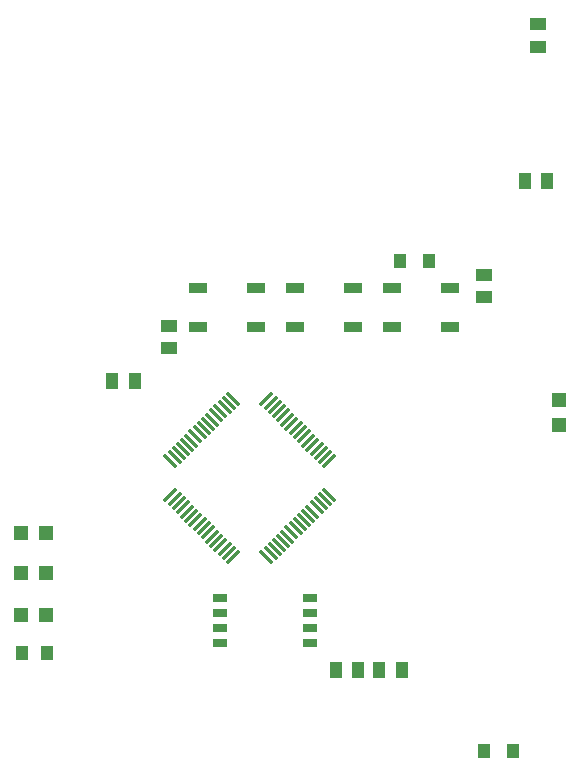
<source format=gtp>
G04*
G04 #@! TF.GenerationSoftware,Altium Limited,Altium Designer,19.0.15 (446)*
G04*
G04 Layer_Color=8421504*
%FSLAX25Y25*%
%MOIN*%
G70*
G01*
G75*
%ADD16R,0.04134X0.05512*%
%ADD17R,0.05512X0.04134*%
%ADD18R,0.05906X0.03543*%
%ADD19R,0.05000X0.02992*%
%ADD20R,0.04724X0.04724*%
G04:AMPARAMS|DCode=21|XSize=61.02mil|YSize=11.81mil|CornerRadius=0mil|HoleSize=0mil|Usage=FLASHONLY|Rotation=135.000|XOffset=0mil|YOffset=0mil|HoleType=Round|Shape=Rectangle|*
%AMROTATEDRECTD21*
4,1,4,0.02575,-0.01740,0.01740,-0.02575,-0.02575,0.01740,-0.01740,0.02575,0.02575,-0.01740,0.0*
%
%ADD21ROTATEDRECTD21*%

G04:AMPARAMS|DCode=22|XSize=61.02mil|YSize=11.81mil|CornerRadius=0mil|HoleSize=0mil|Usage=FLASHONLY|Rotation=45.000|XOffset=0mil|YOffset=0mil|HoleType=Round|Shape=Rectangle|*
%AMROTATEDRECTD22*
4,1,4,-0.01740,-0.02575,-0.02575,-0.01740,0.01740,0.02575,0.02575,0.01740,-0.01740,-0.02575,0.0*
%
%ADD22ROTATEDRECTD22*%

%ADD23R,0.04331X0.04724*%
%ADD24R,0.04331X0.04921*%
%ADD25R,0.04724X0.04724*%
D16*
X132740Y38500D02*
D03*
X125260D02*
D03*
X118240D02*
D03*
X110760D02*
D03*
X36260Y135000D02*
D03*
X43740D02*
D03*
X181240Y201500D02*
D03*
X173760D02*
D03*
D17*
X178000Y246260D02*
D03*
Y253740D02*
D03*
X160000Y170240D02*
D03*
Y162760D02*
D03*
X55000Y145760D02*
D03*
Y153240D02*
D03*
D18*
X84146Y153004D02*
D03*
Y165996D02*
D03*
X64854D02*
D03*
Y153004D02*
D03*
X116396D02*
D03*
Y165996D02*
D03*
X97104D02*
D03*
Y153004D02*
D03*
X148646Y153004D02*
D03*
Y165996D02*
D03*
X129354D02*
D03*
Y153004D02*
D03*
D19*
X102000Y62500D02*
D03*
Y57500D02*
D03*
Y52500D02*
D03*
Y47500D02*
D03*
X72000D02*
D03*
Y52500D02*
D03*
Y57500D02*
D03*
Y62500D02*
D03*
D20*
X185000Y128634D02*
D03*
Y120366D02*
D03*
D21*
X55553Y108068D02*
D03*
X56945Y109460D02*
D03*
X58337Y110852D02*
D03*
X59729Y112244D02*
D03*
X61121Y113636D02*
D03*
X62513Y115027D02*
D03*
X63905Y116419D02*
D03*
X65297Y117811D02*
D03*
X66689Y119203D02*
D03*
X68081Y120595D02*
D03*
X69473Y121987D02*
D03*
X70864Y123379D02*
D03*
X72256Y124771D02*
D03*
X73648Y126163D02*
D03*
X75040Y127555D02*
D03*
X76432Y128947D02*
D03*
X108447Y96932D02*
D03*
X107055Y95540D02*
D03*
X105663Y94148D02*
D03*
X104271Y92756D02*
D03*
X102879Y91364D02*
D03*
X101487Y89973D02*
D03*
X100095Y88581D02*
D03*
X98703Y87189D02*
D03*
X97311Y85797D02*
D03*
X95919Y84405D02*
D03*
X94527Y83013D02*
D03*
X93136Y81621D02*
D03*
X91744Y80229D02*
D03*
X90352Y78837D02*
D03*
X88960Y77445D02*
D03*
X87568Y76053D02*
D03*
D22*
Y128947D02*
D03*
X88960Y127555D02*
D03*
X90352Y126163D02*
D03*
X91744Y124771D02*
D03*
X93136Y123379D02*
D03*
X94527Y121987D02*
D03*
X95919Y120595D02*
D03*
X97311Y119203D02*
D03*
X98703Y117811D02*
D03*
X100095Y116419D02*
D03*
X101487Y115027D02*
D03*
X102879Y113636D02*
D03*
X104271Y112244D02*
D03*
X105663Y110852D02*
D03*
X107055Y109460D02*
D03*
X108447Y108068D02*
D03*
X76432Y76053D02*
D03*
X75040Y77445D02*
D03*
X73648Y78837D02*
D03*
X72256Y80229D02*
D03*
X70864Y81621D02*
D03*
X69473Y83013D02*
D03*
X68081Y84405D02*
D03*
X66689Y85797D02*
D03*
X65297Y87189D02*
D03*
X63905Y88581D02*
D03*
X62513Y89973D02*
D03*
X61121Y91364D02*
D03*
X59729Y92756D02*
D03*
X58337Y94148D02*
D03*
X56945Y95540D02*
D03*
X55553Y96932D02*
D03*
D23*
X6036Y44300D02*
D03*
X14303D02*
D03*
D24*
X132079Y175000D02*
D03*
X141921D02*
D03*
X169842Y11500D02*
D03*
X160000D02*
D03*
D25*
X5732Y84300D02*
D03*
X14000D02*
D03*
X5732Y71000D02*
D03*
X14000D02*
D03*
X5866Y57000D02*
D03*
X14134D02*
D03*
M02*

</source>
